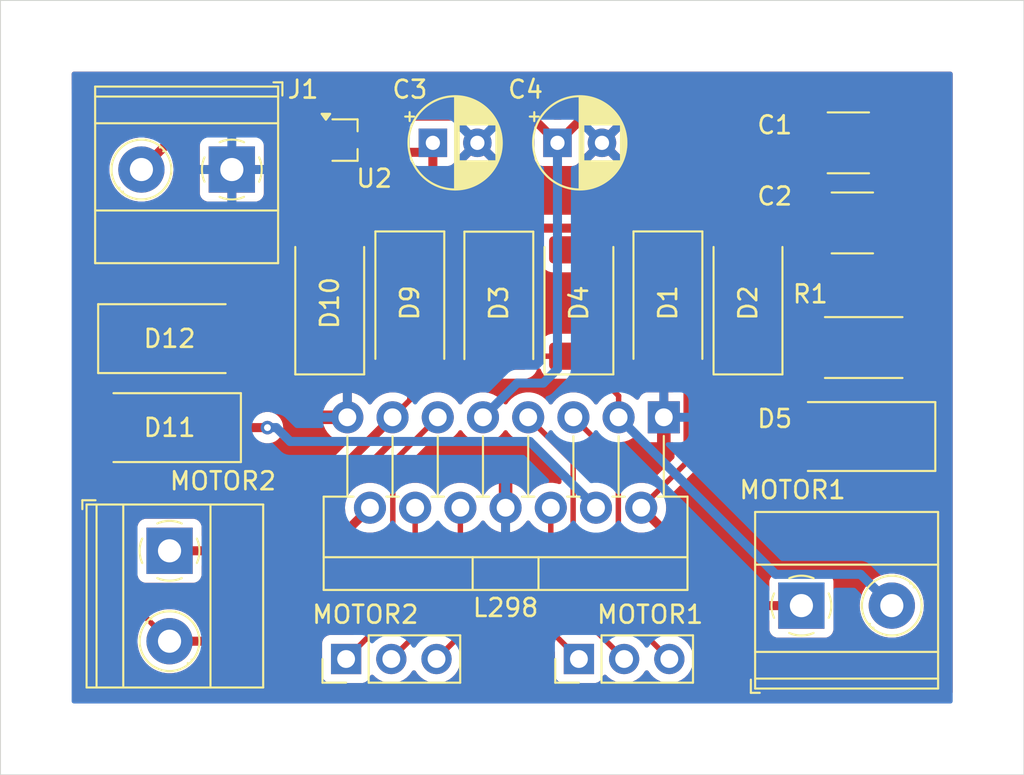
<source format=kicad_pcb>
(kicad_pcb (version 20240108) (generator "pcbnew") (generator_version "8.0")
  (layers (0 "F.Cu" signal) (31 "B.Cu" signal) (34 "B.Paste" user) (35 "F.Paste" user) (36 "B.SilkS" user "B.Silkscreen") (37 "F.SilkS" user "F.Silkscreen") (38 "B.Mask" user) (39 "F.Mask" user) (44 "Edge.Cuts" user))
  (net 0 "")
  (net 1 "GND")
  (net 2 "+5V")
  (net 3 "+12V")
  (net 4 "Net-(D1-A)")
  (net 5 "Net-(D3-A)")
  (net 6 "Net-(D10-K)")
  (net 7 "Net-(D11-A)")
  (net 8 "Net-(J3-Pin_3)")
  (net 9 "Net-(J3-Pin_1)")
  (net 10 "Net-(J3-Pin_2)")
  (net 11 "Net-(J4-Pin_1)")
  (net 12 "Net-(J4-Pin_2)")
  (net 13 "Net-(J4-Pin_3)")
  (net 14 "Net-(D5-A)")
  (footprint "" (layer "F.Cu") (at 188 114.5)
    (property "Reference" "" (at 0 0 0) (layer "F.SilkS") (effects (font (size 1.27 1.27))))
    (property "Value" "")
    (pad "" np_thru_hole circle (at 0 0) (size 2.2 2.2) (drill 2.2) (layers "*.Cu" "*.Mask"))
  )
  (footprint "Capacitor_THT:CP_Radial_D5.0mm_P2.50mm" (layer "F.Cu") (at 157.294888 82)
    (property "Reference" "C3" (at -1.294888 -3 0) (layer "F.SilkS"))
    (property "Value" "47u")
    (pad "1" thru_hole rect (at 0 0) (size 1.6 1.6) (drill 0.8) (layers "*.Cu" "*.Mask") (net 3 "+12V"))
    (pad "2" thru_hole circle (at 2.5 0) (size 1.6 1.6) (drill 0.8) (layers "*.Cu" "*.Mask") (net 1 "GND"))
  )
  (footprint "Diode_SMD:D_2512_6332Metric_Pad1.52x3.35mm_HandSolder" (layer "F.Cu") (at 142.5 98 180)
    (property "Reference" "D11" (at 0 0 0) (layer "F.SilkS"))
    (property "Value" "1N4007")
    (pad "1" smd roundrect (at -2.9875 0 180) (size 1.525 3.35) (layers "F.Cu" "F.Paste" "F.Mask") (roundrect_rratio 0.163934) (net 3 "+12V"))
    (pad "2" smd roundrect (at 2.9875 0 180) (size 1.525 3.35) (layers "F.Cu" "F.Paste" "F.Mask") (roundrect_rratio 0.163934) (net 7 "Net-(D11-A)"))
  )
  (footprint "Connector_PinHeader_2.54mm:PinHeader_1x03_P2.54mm_Vertical" (layer "F.Cu") (at 152.42 111 90)
    (property "Reference" "MOTOR2" (at 2.5 1.08 180) (layer "F.SilkS"))
    (property "Value" "MOTOR2 IN")
    (pad "1" thru_hole rect (at 0 0 90) (size 1.7 1.7) (drill 1) (layers "*.Cu" "*.Mask") (net 11 "Net-(J4-Pin_1)"))
    (pad "2" thru_hole oval (at 0 2.54 90) (size 1.7 1.7) (drill 1) (layers "*.Cu" "*.Mask") (net 12 "Net-(J4-Pin_2)"))
    (pad "3" thru_hole oval (at 0 5.08 90) (size 1.7 1.7) (drill 1) (layers "*.Cu" "*.Mask") (net 13 "Net-(J4-Pin_3)"))
  )
  (footprint "" (layer "F.Cu") (at 135.5 115)
    (property "Reference" "" (at 0 0 0) (layer "F.SilkS") (effects (font (size 1.27 1.27))))
    (property "Value" "")
    (pad "" np_thru_hole circle (at 0 0) (size 2.2 2.2) (drill 2.2) (layers "*.Cu" "*.Mask"))
  )
  (footprint "" (layer "F.Cu") (at 135.5 76.5)
    (property "Reference" "" (at 0 0 0) (layer "F.SilkS") (effects (font (size 1.27 1.27))))
    (property "Value" "")
    (pad "" np_thru_hole circle (at 0 0) (size 2.2 2.2) (drill 2.2) (layers "*.Cu" "*.Mask"))
  )
  (footprint "Diode_SMD:D_2512_6332Metric_Pad1.52x3.35mm_HandSolder" (layer "F.Cu") (at 142.5 93)
    (property "Reference" "D12" (at 0 0 0) (layer "F.SilkS"))
    (property "Value" "1N4007")
    (pad "1" smd roundrect (at -2.9875 0) (size 1.525 3.35) (layers "F.Cu" "F.Paste" "F.Mask") (roundrect_rratio 0.163934) (net 7 "Net-(D11-A)"))
    (pad "2" smd roundrect (at 2.9875 0) (size 1.525 3.35) (layers "F.Cu" "F.Paste" "F.Mask") (roundrect_rratio 0.163934) (net 1 "GND"))
  )
  (footprint "Connector_PinHeader_2.54mm:PinHeader_1x03_P2.54mm_Vertical" (layer "F.Cu") (at 165.5 111 90)
    (property "Reference" "MOTOR1" (at 2.5 4 180) (layer "F.SilkS"))
    (property "Value" "MOTOR1 IN")
    (pad "1" thru_hole rect (at 0 0 90) (size 1.7 1.7) (drill 1) (layers "*.Cu" "*.Mask") (net 9 "Net-(J3-Pin_1)"))
    (pad "2" thru_hole oval (at 0 2.54 90) (size 1.7 1.7) (drill 1) (layers "*.Cu" "*.Mask") (net 10 "Net-(J3-Pin_2)"))
    (pad "3" thru_hole oval (at 0 5.08 90) (size 1.7 1.7) (drill 1) (layers "*.Cu" "*.Mask") (net 8 "Net-(J3-Pin_3)"))
  )
  (footprint "Diode_SMD:D_2512_6332Metric_Pad1.52x3.35mm_HandSolder" (layer "F.Cu") (at 156 90.9875 -90)
    (property "Reference" "D9" (at 0 0 90) (layer "F.SilkS"))
    (property "Value" "1N4007")
    (pad "1" smd roundrect (at -2.9875 0 270) (size 1.525 3.35) (layers "F.Cu" "F.Paste" "F.Mask") (roundrect_rratio 0.163934) (net 3 "+12V"))
    (pad "2" smd roundrect (at 2.9875 0 270) (size 1.525 3.35) (layers "F.Cu" "F.Paste" "F.Mask") (roundrect_rratio 0.163934) (net 6 "Net-(D10-K)"))
  )
  (footprint "Capacitor_SMD:C_1812_4532Metric_Pad1.57x3.40mm_HandSolder" (layer "F.Cu") (at 180.6375 82)
    (property "Reference" "C1" (at -4.1375 -1 0) (layer "F.SilkS"))
    (property "Value" "100nF")
    (pad "1" smd roundrect (at -2.1375 0) (size 1.575 3.4) (layers "F.Cu" "F.Paste" "F.Mask") (roundrect_rratio 0.15873) (net 1 "GND"))
    (pad "2" smd roundrect (at 2.1375 0) (size 1.575 3.4) (layers "F.Cu" "F.Paste" "F.Mask") (roundrect_rratio 0.15873) (net 2 "+5V"))
  )
  (footprint "Diode_SMD:D_2512_6332Metric_Pad1.52x3.35mm_HandSolder" (layer "F.Cu") (at 165.5 91 90)
    (property "Reference" "D4" (at 0 0 90) (layer "F.SilkS"))
    (property "Value" "1N4007")
    (pad "1" smd roundrect (at -2.9875 0 90) (size 1.525 3.35) (layers "F.Cu" "F.Paste" "F.Mask") (roundrect_rratio 0.163934) (net 5 "Net-(D3-A)"))
    (pad "2" smd roundrect (at 2.9875 0 90) (size 1.525 3.35) (layers "F.Cu" "F.Paste" "F.Mask") (roundrect_rratio 0.163934) (net 1 "GND"))
  )
  (footprint "TerminalBlock_Phoenix:TerminalBlock_Phoenix_MKDS-1,5-2-5.08_1x02_P5.08mm_Horizontal" (layer "F.Cu") (at 142.5 104.92 -90)
    (property "Reference" "MOTOR2" (at -3.92 -3 180) (layer "F.SilkS"))
    (property "Value" "MOTOR2 OUT")
    (pad "1" thru_hole rect (at 0 0 270) (size 2.6 2.6) (drill 1.3) (layers "*.Cu" "*.Mask") (net 6 "Net-(D10-K)"))
    (pad "2" thru_hole circle (at 5.08 0 270) (size 2.6 2.6) (drill 1.3) (layers "*.Cu" "*.Mask") (net 7 "Net-(D11-A)"))
  )
  (footprint "Diode_SMD:D_2512_6332Metric_Pad1.52x3.35mm_HandSolder" (layer "F.Cu") (at 175 91 90)
    (property "Reference" "D2" (at 0 0 90) (layer "F.SilkS"))
    (property "Value" "1N4007")
    (pad "1" smd roundrect (at -2.9875 0 90) (size 1.525 3.35) (layers "F.Cu" "F.Paste" "F.Mask") (roundrect_rratio 0.163934) (net 4 "Net-(D1-A)"))
    (pad "2" smd roundrect (at 2.9875 0 90) (size 1.525 3.35) (layers "F.Cu" "F.Paste" "F.Mask") (roundrect_rratio 0.163934) (net 1 "GND"))
  )
  (footprint "Capacitor_THT:CP_Radial_D5.0mm_P2.50mm" (layer "F.Cu") (at 164.294888 82)
    (property "Reference" "C4" (at -1.794888 -3 0) (layer "F.SilkS"))
    (property "Value" "47u")
    (pad "1" thru_hole rect (at 0 0) (size 1.6 1.6) (drill 0.8) (layers "*.Cu" "*.Mask") (net 2 "+5V"))
    (pad "2" thru_hole circle (at 2.5 0) (size 1.6 1.6) (drill 0.8) (layers "*.Cu" "*.Mask") (net 1 "GND"))
  )
  (footprint "Resistor_SMD:R_2512_6332Metric_Pad1.40x3.35mm_HandSolder" (layer "F.Cu") (at 181.5 93.5 180)
    (property "Reference" "R1" (at 3 3 0) (layer "F.SilkS"))
    (property "Value" "R")
    (pad "1" smd roundrect (at -3.05 0 180) (size 1.4 3.35) (layers "F.Cu" "F.Paste" "F.Mask") (roundrect_rratio 0.178571) (net 2 "+5V"))
    (pad "2" smd roundrect (at 3.05 0 180) (size 1.4 3.35) (layers "F.Cu" "F.Paste" "F.Mask") (roundrect_rratio 0.178571) (net 14 "Net-(D5-A)"))
  )
  (footprint "Package_TO_SOT_SMD:SOT-323_SC-70_Handsoldering" (layer "F.Cu") (at 152.33 81.85)
    (property "Reference" "U2" (at 1.67 2.15 0) (layer "F.SilkS"))
    (property "Value" "L7805")
    (pad "1" smd roundrect (at -1.33 -0.65 270) (size 0.45 1.5) (layers "F.Cu" "F.Paste" "F.Mask") (net 3 "+12V"))
    (pad "2" smd roundrect (at -1.33 0.65 270) (size 0.45 1.5) (layers "F.Cu" "F.Paste" "F.Mask") (net 1 "GND"))
    (pad "3" smd roundrect (at 1.33 0 270) (size 0.45 1.5) (layers "F.Cu" "F.Paste" "F.Mask") (net 2 "+5V"))
  )
  (footprint "Package_TO_SOT_THT:TO-220-15_P2.54x2.54mm_StaggerOdd_Lead4.58mm_Vertical" (layer "F.Cu") (at 170.27 97.42 180)
    (property "Reference" "L298" (at 8.89 -10.7 0) (layer "F.SilkS"))
    (property "Value" "L298N")
    (pad "1" thru_hole rect (at 0 0 180) (size 1.8 1.8) (drill 1) (layers "*.Cu" "*.Mask") (net 1 "GND"))
    (pad "2" thru_hole oval (at 1.27 -5.08 180) (size 1.8 1.8) (drill 1) (layers "*.Cu" "*.Mask") (net 4 "Net-(D1-A)"))
    (pad "3" thru_hole oval (at 2.54 0 180) (size 1.8 1.8) (drill 1) (layers "*.Cu" "*.Mask") (net 5 "Net-(D3-A)"))
    (pad "4" thru_hole oval (at 3.81 -5.08 180) (size 1.8 1.8) (drill 1) (layers "*.Cu" "*.Mask") (net 3 "+12V"))
    (pad "5" thru_hole oval (at 5.08 0 180) (size 1.8 1.8) (drill 1) (layers "*.Cu" "*.Mask") (net 8 "Net-(J3-Pin_3)"))
    (pad "6" thru_hole oval (at 6.35 -5.08 180) (size 1.8 1.8) (drill 1) (layers "*.Cu" "*.Mask") (net 9 "Net-(J3-Pin_1)"))
    (pad "7" thru_hole oval (at 7.62 0 180) (size 1.8 1.8) (drill 1) (layers "*.Cu" "*.Mask") (net 10 "Net-(J3-Pin_2)"))
    (pad "8" thru_hole oval (at 8.89 -5.08 180) (size 1.8 1.8) (drill 1) (layers "*.Cu" "*.Mask") (net 1 "GND"))
    (pad "9" thru_hole oval (at 10.16 0 180) (size 1.8 1.8) (drill 1) (layers "*.Cu" "*.Mask") (net 2 "+5V"))
    (pad "10" thru_hole oval (at 11.43 -5.08 180) (size 1.8 1.8) (drill 1) (layers "*.Cu" "*.Mask") (net 13 "Net-(J4-Pin_3)"))
    (pad "11" thru_hole oval (at 12.7 0 180) (size 1.8 1.8) (drill 1) (layers "*.Cu" "*.Mask") (net 11 "Net-(J4-Pin_1)"))
    (pad "12" thru_hole oval (at 13.97 -5.08 180) (size 1.8 1.8) (drill 1) (layers "*.Cu" "*.Mask") (net 12 "Net-(J4-Pin_2)"))
    (pad "13" thru_hole oval (at 15.24 0 180) (size 1.8 1.8) (drill 1) (layers "*.Cu" "*.Mask") (net 6 "Net-(D10-K)"))
    (pad "14" thru_hole oval (at 16.51 -5.08 180) (size 1.8 1.8) (drill 1) (layers "*.Cu" "*.Mask") (net 7 "Net-(D11-A)"))
    (pad "15" thru_hole oval (at 17.78 0 180) (size 1.8 1.8) (drill 1) (layers "*.Cu" "*.Mask") (net 1 "GND"))
  )
  (footprint "Capacitor_SMD:C_1812_4532Metric_Pad1.57x3.40mm_HandSolder" (layer "F.Cu") (at 180.8625 86.5)
    (property "Reference" "C2" (at -4.3625 -1.5 0) (layer "F.SilkS"))
    (property "Value" "100nF")
    (pad "1" smd roundrect (at -2.1375 0) (size 1.575 3.4) (layers "F.Cu" "F.Paste" "F.Mask") (roundrect_rratio 0.15873) (net 3 "+12V"))
    (pad "2" smd roundrect (at 2.1375 0) (size 1.575 3.4) (layers "F.Cu" "F.Paste" "F.Mask") (roundrect_rratio 0.15873) (net 1 "GND"))
  )
  (footprint "" (layer "F.Cu") (at 188 76.5)
    (property "Reference" "" (at 0 0 0) (layer "F.SilkS") (effects (font (size 1.27 1.27))))
    (property "Value" "")
    (pad "" np_thru_hole circle (at 0 0) (size 2.2 2.2) (drill 2.2) (layers "*.Cu" "*.Mask"))
  )
  (footprint "TerminalBlock_Phoenix:TerminalBlock_Phoenix_MKDS-1,5-2-5.08_1x02_P5.08mm_Horizontal" (layer "F.Cu") (at 146 83.5 180)
    (property "Reference" "J1" (at -4 4.5 0) (layer "F.SilkS"))
    (property "Value" "POWER")
    (pad "1" thru_hole rect (at 0 0 180) (size 2.6 2.6) (drill 1.3) (layers "*.Cu" "*.Mask") (net 1 "GND"))
    (pad "2" thru_hole circle (at 5.08 0 180) (size 2.6 2.6) (drill 1.3) (layers "*.Cu" "*.Mask") (net 3 "+12V"))
  )
  (footprint "Diode_SMD:D_2512_6332Metric_Pad1.52x3.35mm_HandSolder" (layer "F.Cu") (at 170.5 90.9875 -90)
    (property "Reference" "D1" (at 0 0 90) (layer "F.SilkS"))
    (property "Value" "1N4007")
    (pad "1" smd roundrect (at -2.9875 0 270) (size 1.525 3.35) (layers "F.Cu" "F.Paste" "F.Mask") (roundrect_rratio 0.163934) (net 3 "+12V"))
    (pad "2" smd roundrect (at 2.9875 0 270) (size 1.525 3.35) (layers "F.Cu" "F.Paste" "F.Mask") (roundrect_rratio 0.163934) (net 4 "Net-(D1-A)"))
  )
  (footprint "TerminalBlock_Phoenix:TerminalBlock_Phoenix_MKDS-1,5-2-5.08_1x02_P5.08mm_Horizontal" (layer "F.Cu") (at 178 108)
    (property "Reference" "MOTOR1" (at -0.5 -6.5 0) (layer "F.SilkS"))
    (property "Value" "MOTOR1 OUT")
    (pad "1" thru_hole rect (at 0 0) (size 2.6 2.6) (drill 1.3) (layers "*.Cu" "*.Mask") (net 4 "Net-(D1-A)"))
    (pad "2" thru_hole circle (at 5.08 0) (size 2.6 2.6) (drill 1.3) (layers "*.Cu" "*.Mask") (net 5 "Net-(D3-A)"))
  )
  (footprint "Diode_SMD:D_2512_6332Metric_Pad1.52x3.35mm_HandSolder" (layer "F.Cu") (at 161 91 -90)
    (property "Reference" "D3" (at 0 0 90) (layer "F.SilkS"))
    (property "Value" "1N4007")
    (pad "1" smd roundrect (at -2.9875 0 270) (size 1.525 3.35) (layers "F.Cu" "F.Paste" "F.Mask") (roundrect_rratio 0.163934) (net 3 "+12V"))
    (pad "2" smd roundrect (at 2.9875 0 270) (size 1.525 3.35) (layers "F.Cu" "F.Paste" "F.Mask") (roundrect_rratio 0.163934) (net 5 "Net-(D3-A)"))
  )
  (footprint "LED_SMD:LED_2512_6332Metric_Pad1.52x3.35mm_HandSolder" (layer "F.Cu") (at 181.5125 98.5 180)
    (property "Reference" "D5" (at 5.0125 1 0) (layer "F.SilkS"))
    (property "Value" "LED")
    (pad "1" smd roundrect (at -2.9875 0 180) (size 1.525 3.35) (layers "F.Cu" "F.Paste" "F.Mask") (roundrect_rratio 0.163934) (net 1 "GND"))
    (pad "2" smd roundrect (at 2.9875 0 180) (size 1.525 3.35) (layers "F.Cu" "F.Paste" "F.Mask") (roundrect_rratio 0.163934) (net 14 "Net-(D5-A)"))
  )
  (footprint "Diode_SMD:D_2512_6332Metric_Pad1.52x3.35mm_HandSolder" (layer "F.Cu") (at 151.5 91 90)
    (property "Reference" "D10" (at 0 0 90) (layer "F.SilkS"))
    (property "Value" "1N4007")
    (pad "1" smd roundrect (at -2.9875 0 90) (size 1.525 3.35) (layers "F.Cu" "F.Paste" "F.Mask") (roundrect_rratio 0.163934) (net 6 "Net-(D10-K)"))
    (pad "2" smd roundrect (at 2.9875 0 90) (size 1.525 3.35) (layers "F.Cu" "F.Paste" "F.Mask") (roundrect_rratio 0.163934) (net 1 "GND"))
  )
  (gr_rect (start 133 74) (end 190.5 117.5) (stroke (width 0.05)) (fill none) (layer "Edge.Cuts"))
  (gr_text "IC\n" (at 161.5 110.5 0) (layer "F.Cu") (effects (font (size 1.2 1.2) (thickness 0.2) (bold yes)) (justify bottom)))
  (segment (start 170.27 97.42) (end 170.27 99.23) (width 0.762) (layer "F.Cu") (net 1))
  (segment (start 161.38 102.5) (end 161.38 100.12) (width 0.762) (layer "F.Cu") (net 1))
  (segment (start 170.27 99.23) (end 169.5 100) (width 0.762) (layer "F.Cu") (net 1))
  (segment (start 150.42 97.42) (end 150 97) (width 0.762) (layer "F.Cu") (net 1))
  (segment (start 152.49 97.42) (end 150.42 97.42) (width 0.762) (layer "F.Cu") (net 1))
  (segment (start 164.294888 82) (end 162.794888 80.5) (width 0.508) (layer "F.Cu") (net 2))
  (segment (start 182.775 82) (end 184.55 83.775) (width 0.508) (layer "F.Cu") (net 2))
  (segment (start 184.55 83.775) (end 184.55 93.5) (width 0.508) (layer "F.Cu") (net 2))
  (segment (start 162.794888 80.5) (end 154.981 80.5) (width 0.508) (layer "F.Cu") (net 2))
  (segment (start 154.981 80.5) (end 153.66 81.821) (width 0.508) (layer "F.Cu") (net 2))
  (segment (start 166.902088 79.3928) (end 164.294888 82) (width 0.508) (layer "F.Cu") (net 2))
  (segment (start 182.775 82) (end 180.1678 79.3928) (width 0.508) (layer "F.Cu") (net 2))
  (segment (start 180.1678 79.3928) (end 166.902088 79.3928) (width 0.508) (layer "F.Cu") (net 2))
  (segment (start 164.294888 94.705112) (end 163.5 95.5) (width 0.508) (layer "B.Cu") (net 2))
  (segment (start 162.03 95.5) (end 160.11 97.42) (width 0.508) (layer "B.Cu") (net 2))
  (segment (start 163.5 95.5) (end 162.03 95.5) (width 0.508) (layer "B.Cu") (net 2))
  (segment (start 164.294888 82) (end 164.294888 94.705112) (width 0.508) (layer "B.Cu") (net 2))
  (segment (start 161 88.0125) (end 162.2197 86.7928) (width 0.508) (layer "F.Cu") (net 3))
  (segment (start 157.294888 82) (end 157.294888 86.705112) (width 0.508) (layer "F.Cu") (net 3))
  (segment (start 143.22 81.2) (end 151 81.2) (width 0.508) (layer "F.Cu") (net 3))
  (segment (start 178.725 86.5) (end 172 86.5) (width 0.508) (layer "F.Cu") (net 3))
  (segment (start 156.762688 82.5322) (end 157.294888 82) (width 0.508) (layer "F.Cu") (net 3))
  (segment (start 162.2197 86.7928) (end 169.2928 86.7928) (width 0.508) (layer "F.Cu") (net 3))
  (segment (start 151 81.2) (end 151.749999 81.2) (width 0.508) (layer "F.Cu") (net 3))
  (segment (start 160.9875 88) (end 161 88.0125) (width 0.508) (layer "F.Cu") (net 3))
  (segment (start 145.4875 97.05544) (end 154.54294 88) (width 0.508) (layer "F.Cu") (net 3))
  (segment (start 148 98) (end 145.4875 98) (width 0.508) (layer "F.Cu") (net 3))
  (segment (start 156 88) (end 160.9875 88) (width 0.508) (layer "F.Cu") (net 3))
  (segment (start 169.2928 86.7928) (end 170.5 88) (width 0.508) (layer "F.Cu") (net 3))
  (segment (start 152.2072 82.2072) (end 152.5322 82.5322) (width 0.508) (layer "F.Cu") (net 3))
  (segment (start 154.54294 88) (end 156 88) (width 0.508) (layer "F.Cu") (net 3))
  (segment (start 172 86.5) (end 170.5 88) (width 0.508) (layer "F.Cu") (net 3))
  (segment (start 140.92 83.5) (end 143.22 81.2) (width 0.508) (layer "F.Cu") (net 3))
  (segment (start 145.4875 98) (end 145.4875 97.05544) (width 0.508) (layer "F.Cu") (net 3))
  (segment (start 157.294888 86.705112) (end 156 88) (width 0.508) (layer "F.Cu") (net 3))
  (segment (start 152.2072 81.657201) (end 152.2072 82.2072) (width 0.508) (layer "F.Cu") (net 3))
  (segment (start 170.5125 88.0125) (end 170.5 88) (width 0.3048) (layer "F.Cu") (net 3))
  (segment (start 151.749999 81.2) (end 152.2072 81.657201) (width 0.508) (layer "F.Cu") (net 3))
  (segment (start 152.5322 82.5322) (end 156.762688 82.5322) (width 0.508) (layer "F.Cu") (net 3))
  (via (at 148 98) (size 0.762) (drill 0.381) (layers "F.Cu" "B.Cu") (net 3))
  (segment (start 149.2772 98.7772) (end 149 98.5) (width 0.508) (layer "B.Cu") (net 3))
  (segment (start 162.7372 98.7772) (end 149.2772 98.7772) (width 0.508) (layer "B.Cu") (net 3))
  (segment (start 166.46 102.5) (end 162.7372 98.7772) (width 0.508) (layer "B.Cu") (net 3))
  (segment (start 148.5 98) (end 148 98) (width 0.508) (layer "B.Cu") (net 3))
  (segment (start 149 98.5) (end 148.5 98) (width 0.508) (layer "B.Cu") (net 3))
  (segment (start 178 108) (end 174.5 108) (width 0.508) (layer "F.Cu") (net 4))
  (segment (start 174.9875 93.975) (end 175 93.9875) (width 0.3048) (layer "F.Cu") (net 4))
  (segment (start 174.5 108) (end 169 102.5) (width 0.508) (layer "F.Cu") (net 4))
  (segment (start 171.5256 95.0006) (end 171.5256 99.9744) (width 0.3048) (layer "F.Cu") (net 4))
  (segment (start 171.5256 99.9744) (end 169 102.5) (width 0.3048) (layer "F.Cu") (net 4))
  (segment (start 170.5 93.975) (end 171.5256 95.0006) (width 0.3048) (layer "F.Cu") (net 4))
  (segment (start 170.5 93.975) (end 174.9875 93.975) (width 0.3048) (layer "F.Cu") (net 4))
  (segment (start 165.5 93.9875) (end 161 93.9875) (width 0.3048) (layer "F.Cu") (net 5))
  (segment (start 165.5 93.9875) (end 167.73 96.2175) (width 0.3048) (layer "F.Cu") (net 5))
  (segment (start 167.73 96.2175) (end 167.73 97.42) (width 0.3048) (layer "F.Cu") (net 5))
  (segment (start 176.5528 106.2428) (end 167.73 97.42) (width 0.508) (layer "B.Cu") (net 5))
  (segment (start 183.08 108) (end 181.3228 106.2428) (width 0.508) (layer "B.Cu") (net 5))
  (segment (start 181.3228 106.2428) (end 176.5528 106.2428) (width 0.508) (layer "B.Cu") (net 5))
  (segment (start 156 93.975) (end 151.5125 93.975) (width 0.3048) (layer "F.Cu") (net 6))
  (segment (start 147.53 104.92) (end 155.03 97.42) (width 0.508) (layer "F.Cu") (net 6))
  (segment (start 156 93.975) (end 156 96.45) (width 0.3048) (layer "F.Cu") (net 6))
  (segment (start 156 96.45) (end 155.03 97.42) (width 0.3048) (layer "F.Cu") (net 6))
  (segment (start 156.4875 93.9875) (end 156.5 93.975) (width 0.3048) (layer "F.Cu") (net 6))
  (segment (start 142.5 104.92) (end 147.53 104.92) (width 0.508) (layer "F.Cu") (net 6))
  (segment (start 151.5125 93.975) (end 151.5 93.9875) (width 0.3048) (layer "F.Cu") (net 6))
  (segment (start 139.5125 93) (end 139.5125 98) (width 0.3048) (layer "F.Cu") (net 7))
  (segment (start 153.76 102.5) (end 146.26 110) (width 0.508) (layer "F.Cu") (net 7))
  (segment (start 146.26 110) (end 142.5 110) (width 0.508) (layer "F.Cu") (net 7))
  (segment (start 139.5125 98) (end 139.5125 107.0125) (width 0.3048) (layer "F.Cu") (net 7))
  (segment (start 139.5125 107.0125) (end 142.5 110) (width 0.3048) (layer "F.Cu") (net 7))
  (segment (start 165.19 97.42) (end 167.7156 99.9456) (width 0.3048) (layer "F.Cu") (net 8))
  (segment (start 167.7156 108.1356) (end 170.58 111) (width 0.3048) (layer "F.Cu") (net 8))
  (segment (start 167.7156 99.9456) (end 167.7156 108.1356) (width 0.3048) (layer "F.Cu") (net 8))
  (segment (start 163.92 102.5) (end 163.92 109.42) (width 0.3048) (layer "F.Cu") (net 9))
  (segment (start 163.92 109.42) (end 165.5 111) (width 0.3048) (layer "F.Cu") (net 9))
  (segment (start 165.1756 108.1356) (end 168.04 111) (width 0.3048) (layer "F.Cu") (net 10))
  (segment (start 162.65 97.42) (end 165.1756 99.9456) (width 0.3048) (layer "F.Cu") (net 10))
  (segment (start 165.1756 99.9456) (end 165.1756 108.1356) (width 0.3048) (layer "F.Cu") (net 10))
  (segment (start 157.57 97.42) (end 155.0444 99.9456) (width 0.3048) (layer "F.Cu") (net 11))
  (segment (start 155.0444 99.9456) (end 155.0444 108.3756) (width 0.3048) (layer "F.Cu") (net 11))
  (segment (start 155.0444 108.3756) (end 152.42 111) (width 0.3048) (layer "F.Cu") (net 11))
  (segment (start 154.96 111) (end 156.3 109.66) (width 0.3048) (layer "F.Cu") (net 12))
  (segment (start 156.3 109.66) (end 156.3 102.5) (width 0.3048) (layer "F.Cu") (net 12))
  (segment (start 158.84 109.66) (end 157.5 111) (width 0.3048) (layer "F.Cu") (net 13))
  (segment (start 158.84 102.5) (end 158.84 109.66) (width 0.3048) (layer "F.Cu") (net 13))
  (segment (start 178.45 98.425) (end 178.525 98.5) (width 0.3048) (layer "F.Cu") (net 14))
  (segment (start 178.45 93.5) (end 178.45 98.425) (width 0.3048) (layer "F.Cu") (net 14))
  (zone (net 1) (net_name "GND") (layer "F.Cu") (name "gnd") (connect_pads (clearance 0.5)) (min_thickness 0.25) (fill yes (thermal_gap 0.5) (thermal_bridge_width 0.5))
    (polygon (pts (xy 186.5 78) (xy 186.5 113) (xy 137.5 113) (xy 137 78)))
  )
  (zone (net 1) (net_name "GND") (layer "B.Cu") (name "gnd2") (priority 1) (connect_pads (clearance 0.5)) (min_thickness 0.25) (fill yes (thermal_gap 0.5) (thermal_bridge_width 0.5))
    (polygon (pts (xy 137 78) (xy 186.5 78) (xy 186.5 113.5) (xy 137 113.5)))
  )
)
</source>
